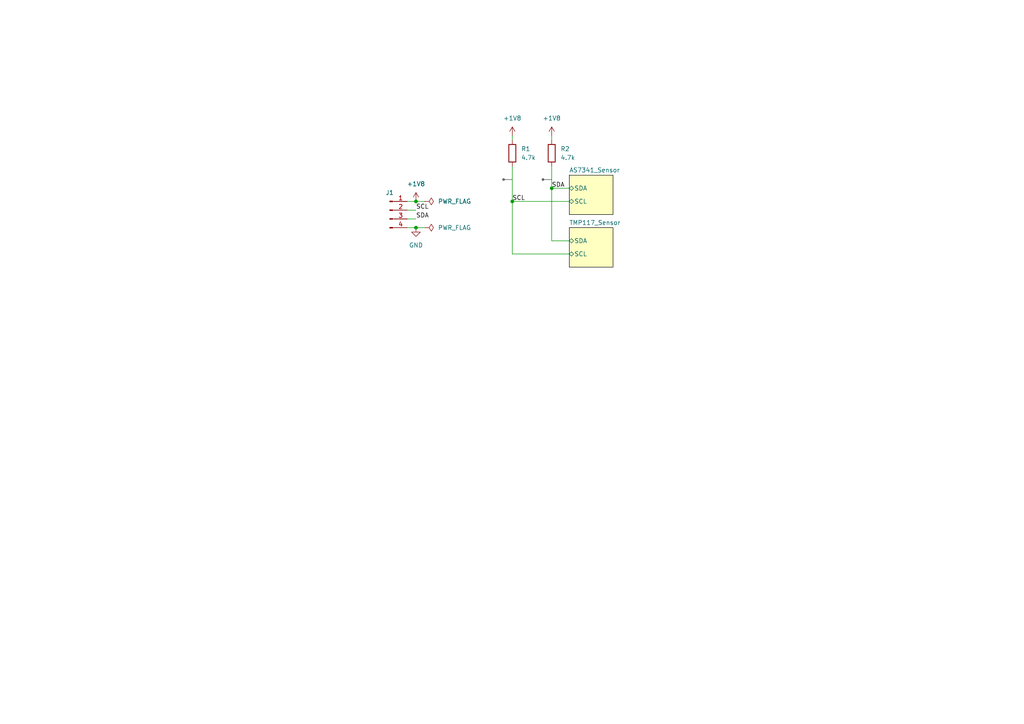
<source format=kicad_sch>
(kicad_sch (version 20231120) (generator "eeschema") (generator_version "8.0")
  (paper "A4")
  (lib_symbols
    (symbol "Connector:Conn_01x04_Pin" (pin_names (offset 1.016) hide)
      (property "Reference" "J" (at 0 5.08 0))
      (property "Value" "Conn_01x04_Pin" (at 0 -7.62 0))
      (symbol "Conn_01x04_Pin_1_1"
        (polyline (pts (xy 1.27 -5.08) (xy 0.8636 -5.08)) (stroke (width 0.1524)))
        (polyline (pts (xy 1.27 -2.54) (xy 0.8636 -2.54)) (stroke (width 0.1524)))
        (polyline (pts (xy 1.27 0) (xy 0.8636 0)) (stroke (width 0.1524)))
        (polyline (pts (xy 1.27 2.54) (xy 0.8636 2.54)) (stroke (width 0.1524)))
        (rectangle (start 0.8636 -4.953) (end 0 -5.207) (stroke (width 0.1524)) (fill (type outline)))
        (rectangle (start 0.8636 -2.413) (end 0 -2.667) (stroke (width 0.1524)) (fill (type outline)))
        (rectangle (start 0.8636 0.127) (end 0 -0.127) (stroke (width 0.1524)) (fill (type outline)))
        (rectangle (start 0.8636 2.667) (end 0 2.413) (stroke (width 0.1524)) (fill (type outline)))
        (pin passive line (at 5.08 2.54 180) (length 3.81) (name "Pin_1") (number "1"))
        (pin passive line (at 5.08 0 180) (length 3.81) (name "Pin_2") (number "2"))
        (pin passive line (at 5.08 -2.54 180) (length 3.81) (name "Pin_3") (number "3"))
        (pin passive line (at 5.08 -5.08 180) (length 3.81) (name "Pin_4") (number "4"))
      )
    )
    (symbol "Device:R" (pin_numbers hide) (pin_names (offset 0))
      (property "Reference" "R" (at 2.032 0 90))
      (property "Value" "R" (at 0 0 90))
      (symbol "R_0_1"
        (rectangle (start -1.016 -2.54) (end 1.016 2.54) (stroke (width 0.254)))
      )
      (symbol "R_1_1"
        (pin passive line (at 0 3.81 270) (length 1.27) (name "~") (number "1"))
        (pin passive line (at 0 -3.81 90) (length 1.27) (name "~") (number "2"))
      )
    )
    (symbol "power:+1V8" (power) (pin_numbers hide) (pin_names (offset 0) hide)
      (property "Value" "+1V8" (at 0 3.556 0))
      (symbol "+1V8_0_1"
        (polyline (pts (xy -0.762 1.27) (xy 0 2.54)))
        (polyline (pts (xy 0 0) (xy 0 2.54)))
        (polyline (pts (xy 0 2.54) (xy 0.762 1.27)))
      )
      (symbol "+1V8_1_1"
        (pin power_in line (at 0 0 90) (length 0) (name "~") (number "1"))
      )
    )
    (symbol "power:GND" (power) (pin_numbers hide) (pin_names (offset 0) hide)
      (property "Value" "GND" (at 0 -3.81 0))
      (symbol "GND_0_1"
        (polyline (pts (xy 0 0) (xy 0 -1.27) (xy 1.27 -1.27) (xy 0 -2.54) (xy -1.27 -1.27) (xy 0 -1.27)))
      )
      (symbol "GND_1_1"
        (pin power_in line (at 0 0 270) (length 0) (name "~") (number "1"))
      )
    )
    (symbol "power:PWR_FLAG" (power) (pin_numbers hide) (pin_names (offset 0) hide)
      (property "Value" "PWR_FLAG" (at 0 3.81 0))
      (symbol "PWR_FLAG_0_0"
        (pin power_out line (at 0 0 90) (length 0) (name "~") (number "1"))
      )
      (symbol "PWR_FLAG_0_1"
        (polyline (pts (xy 0 0) (xy 0 1.27) (xy -1.016 1.905) (xy 0 2.54) (xy 1.016 1.905) (xy 0 1.27)))
      )
    )
  )
  (junction (at 148.59 58.42))
  (junction (at 160.02 54.61))
  (junction (at 120.65 58.42))
  (junction (at 120.65 66.04))
  (wire (pts (xy 148.59 48.26) (xy 148.59 58.42)))
  (wire (pts (xy 120.65 58.42) (xy 123.19 58.42)))
  (wire (pts (xy 120.65 66.04) (xy 123.19 66.04)))
  (wire (pts (xy 160.02 48.26) (xy 160.02 54.61)))
  (wire (pts (xy 160.02 69.85) (xy 165.1 69.85)))
  (wire (pts (xy 160.02 54.61) (xy 165.1 54.61)))
  (wire (pts (xy 120.65 63.5) (xy 118.11 63.5)))
  (wire (pts (xy 160.02 40.64) (xy 160.02 39.37)))
  (wire (pts (xy 165.1 73.66) (xy 148.59 73.66)))
  (wire (pts (xy 118.11 58.42) (xy 120.65 58.42)))
  (wire (pts (xy 148.59 58.42) (xy 165.1 58.42)))
  (wire (pts (xy 160.02 54.61) (xy 160.02 69.85)))
  (wire (pts (xy 118.11 66.04) (xy 120.65 66.04)))
  (wire (pts (xy 148.59 40.64) (xy 148.59 39.37)))
  (wire (pts (xy 120.65 60.96) (xy 118.11 60.96)))
  (wire (pts (xy 148.59 58.42) (xy 148.59 73.66)))
  (label "SCL" (at 120.65 60.96 0))
  (label "SDA" (at 120.65 63.5 0))
  (label "SDA" (at 160.02 54.61 0))
  (label "SCL" (at 148.59 58.42 0))
  (netclass_flag "" (length 2.54) (shape dot) (at 160.02 52.07 90) (property "Netclass" "Signal" (effects (hide yes))))
  (netclass_flag "" (length 2.54) (shape dot) (at 148.59 52.07 90) (property "Netclass" "Signal" (effects (hide yes))))
  (symbol (lib_id "power:+1V8") (at 120.65 58.42 0) (unit 1)
    (property "Reference" "#PWR01" (effects (hide yes)))
    (property "Value" "+1V8" (at 120.65 53.34 0))
    (property "Description" "Power symbol creates a global label with name \"+1V8\"" (effects (hide yes)))
  )
  (symbol (lib_id "power:PWR_FLAG") (at 123.19 58.42 270) (unit 1)
    (property "Reference" "#FLG01" (effects (hide yes)))
    (property "Value" "PWR_FLAG" (at 127 58.4199 90) (effects (justify left)))
    (property "Description" "Special symbol for telling ERC where power comes from" (effects (hide yes)))
  )
  (symbol (lib_id "Connector:Conn_01x04_Pin") (at 113.03 60.96 0) (unit 1)
    (property "Reference" "J1" (at 113.03 55.88 0))
    (property "Value" "Conn_01x04_Pin" (effects (hide yes)))
    (property "Footprint" "Connector_PinHeader_2.54mm:PinHeader_1x04_P2.54mm_Vertical" (effects (hide yes)))
    (property "Description" "Generic connector, single row, 01x04, script generated" (effects (hide yes)))
  )
  (symbol (lib_id "power:PWR_FLAG") (at 123.19 66.04 270) (unit 1)
    (property "Reference" "#FLG02" (effects (hide yes)))
    (property "Value" "PWR_FLAG" (at 127 66.0399 90) (effects (justify left)))
    (property "Description" "Special symbol for telling ERC where power comes from" (effects (hide yes)))
  )
  (symbol (lib_id "power:+1V8") (at 160.02 39.37 0) (unit 1)
    (property "Reference" "#PWR04" (effects (hide yes)))
    (property "Value" "+1V8" (at 160.02 34.29 0))
    (property "Description" "Power symbol creates a global label with name \"+1V8\"" (effects (hide yes)))
  )
  (symbol (lib_id "Device:R") (at 160.02 44.45 180) (unit 1)
    (property "Reference" "R2" (at 162.56 43.1799 0) (effects (justify right)))
    (property "Value" "4.7k" (at 162.56 45.7199 0) (effects (justify right)))
    (property "Footprint" "Resistor_SMD:R_0603_1608Metric" (effects (hide yes)))
    (property "Description" "Resistor" (effects (hide yes)))
    (property "LCSC" "C25900" (effects (hide yes)))
  )
  (symbol (lib_id "power:GND") (at 120.65 66.04 0) (unit 1)
    (property "Reference" "#PWR02" (effects (hide yes)))
    (property "Value" "GND" (at 120.65 71.12 0))
    (property "Description" "Power symbol creates a global label with name \"GND\" , ground" (effects (hide yes)))
  )
  (symbol (lib_id "Device:R") (at 148.59 44.45 180) (unit 1)
    (property "Reference" "R1" (at 151.13 43.1799 0) (effects (justify right)))
    (property "Value" "4.7k" (at 151.13 45.7199 0) (effects (justify right)))
    (property "Footprint" "Resistor_SMD:R_0603_1608Metric" (effects (hide yes)))
    (property "Description" "Resistor" (effects (hide yes)))
    (property "LCSC" "C25900" (effects (hide yes)))
  )
  (symbol (lib_id "power:+1V8") (at 148.59 39.37 0) (unit 1)
    (property "Reference" "#PWR03" (effects (hide yes)))
    (property "Value" "+1V8" (at 148.59 34.29 0))
    (property "Description" "Power symbol creates a global label with name \"+1V8\"" (effects (hide yes)))
  )
  (sheet (at 165.1 66.04) (size 12.7 11.43) (stroke (width 0.1524) (color 0 0 0 1)) (fill (color 255 255 194 1.0000))
    (property "Sheetname" "TMP117_Sensor" (at 165.1 65.3284 0) (effects (justify left bottom)))
    (property "Sheetfile" "TMP117_Sensor.kicad_sch" (effects (hide yes)))
    (pin "SDA" bidirectional (at 165.1 69.85 180))
    (pin "SCL" bidirectional (at 165.1 73.66 180))
  )
  (sheet (at 165.1 50.8) (size 12.7 11.43) (stroke (width 0.1524) (color 0 0 0 1)) (fill (color 255 255 194 1.0000))
    (property "Sheetname" "AS7341_Sensor" (at 165.1 50.0884 0) (effects (justify left bottom)))
    (property "Sheetfile" "AS7341_Sensor.kicad_sch" (effects (hide yes)))
    (pin "SDA" bidirectional (at 165.1 54.61 180))
    (pin "SCL" bidirectional (at 165.1 58.42 180))
  )
)
</source>
